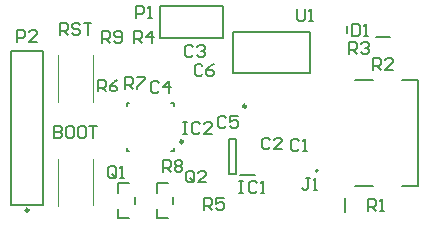
<source format=gbr>
%TF.GenerationSoftware,Altium Limited,Altium Designer,24.5.1 (21)*%
G04 Layer_Color=65535*
%FSLAX45Y45*%
%MOMM*%
%TF.SameCoordinates,A89F510B-B2DD-4167-9D38-4ED2E7CAC25F*%
%TF.FilePolarity,Positive*%
%TF.FileFunction,Legend,Top*%
%TF.Part,Single*%
G01*
G75*
%TA.AperFunction,NonConductor*%
%ADD38C,0.25000*%
%ADD39C,0.20000*%
%ADD40C,0.12700*%
%ADD41C,0.10000*%
%ADD42C,0.15000*%
%ADD43R,0.15000X0.80000*%
D38*
X13972501Y5495000D02*
G03*
X13972501Y5495000I-12500J0D01*
G01*
X15812500Y6375000D02*
G03*
X15812500Y6375000I-12500J0D01*
G01*
X15278107Y6075000D02*
G03*
X15278107Y6075000I-12500J0D01*
G01*
D39*
X16420000Y5830000D02*
G03*
X16420000Y5830000I-10000J0D01*
G01*
X13825500Y6840000D02*
X14094501D01*
X13825500Y5540000D02*
Y6840000D01*
Y5540000D02*
X14094501D01*
Y6840000D01*
X15081000Y6955500D02*
Y7224500D01*
Y6955500D02*
X15619000D01*
Y7224500D01*
X15081000D02*
X15619000D01*
X15702499Y6652500D02*
Y7007500D01*
Y6652500D02*
X16357500D01*
Y7007500D01*
X15702499D02*
X16357500D01*
X16910001Y6960000D02*
X17030000D01*
X16650000Y5480000D02*
Y5600000D01*
X15196001Y5547500D02*
Y5602500D01*
X15056000Y5725000D02*
X15149500D01*
X15056000Y5425000D02*
Y5507500D01*
Y5642500D02*
Y5725000D01*
Y5425000D02*
X15149500D01*
X14870000Y5547500D02*
Y5602500D01*
X14730000Y5725000D02*
X14823500D01*
X14730000Y5425000D02*
Y5507500D01*
Y5642500D02*
Y5725000D01*
Y5425000D02*
X14823500D01*
X15200000Y6000000D02*
Y6025000D01*
X15175000Y6000000D02*
X15200000D01*
Y6375000D02*
Y6400000D01*
X15175000D02*
X15200000D01*
X14800000Y6000000D02*
Y6025000D01*
Y6000000D02*
X14825000D01*
X14800000Y6375000D02*
Y6400000D01*
X14825000D01*
X15670000Y5803800D02*
Y6096200D01*
X15730000D01*
Y5803800D02*
Y6096200D01*
X15670000Y5803800D02*
X15730000D01*
X15764999Y5790000D02*
X15885001D01*
D40*
X16735001Y6597000D02*
X16885001D01*
X16735001Y5703000D02*
X16885001D01*
X17270000D02*
Y6597000D01*
X17135001D02*
X17270000D01*
X17135001Y5703000D02*
X17270000D01*
D41*
X14516499Y5535000D02*
Y5930000D01*
X14223500Y5530000D02*
Y5925000D01*
X14516499Y6415000D02*
Y6810000D01*
X14223500Y6410000D02*
Y6805000D01*
D42*
X14883356Y7120016D02*
Y7219984D01*
X14933339D01*
X14950000Y7203322D01*
Y7170000D01*
X14933339Y7153338D01*
X14883356D01*
X14983324Y7120016D02*
X15016644D01*
X14999985D01*
Y7219984D01*
X14983324Y7203322D01*
X14236710Y6980016D02*
Y7079984D01*
X14286694D01*
X14303355Y7063322D01*
Y7030000D01*
X14286694Y7013339D01*
X14236710D01*
X14270032D02*
X14303355Y6980016D01*
X14403322Y7063322D02*
X14386661Y7079984D01*
X14353339D01*
X14336678Y7063322D01*
Y7046661D01*
X14353339Y7030000D01*
X14386661D01*
X14403322Y7013339D01*
Y6996677D01*
X14386661Y6980016D01*
X14353339D01*
X14336678Y6996677D01*
X14436646Y7079984D02*
X14503290D01*
X14469968D01*
Y6980016D01*
X14186726Y6209984D02*
Y6110016D01*
X14236710D01*
X14253371Y6126677D01*
Y6143338D01*
X14236710Y6160000D01*
X14186726D01*
X14236710D01*
X14253371Y6176661D01*
Y6193322D01*
X14236710Y6209984D01*
X14186726D01*
X14336678D02*
X14303355D01*
X14286694Y6193322D01*
Y6126677D01*
X14303355Y6110016D01*
X14336678D01*
X14353339Y6126677D01*
Y6193322D01*
X14336678Y6209984D01*
X14436646D02*
X14403323D01*
X14386661Y6193322D01*
Y6126677D01*
X14403323Y6110016D01*
X14436646D01*
X14453307Y6126677D01*
Y6193322D01*
X14436646Y6209984D01*
X14486629D02*
X14553275D01*
X14519952D01*
Y6110016D01*
X14596693Y6910016D02*
Y7009984D01*
X14646678D01*
X14663339Y6993322D01*
Y6960000D01*
X14646678Y6943338D01*
X14596693D01*
X14630016D02*
X14663339Y6910016D01*
X14696661Y6926677D02*
X14713322Y6910016D01*
X14746645D01*
X14763307Y6926677D01*
Y6993322D01*
X14746645Y7009984D01*
X14713322D01*
X14696661Y6993322D01*
Y6976661D01*
X14713322Y6960000D01*
X14763307D01*
X15106694Y5820016D02*
Y5919984D01*
X15156677D01*
X15173338Y5903322D01*
Y5870000D01*
X15156677Y5853339D01*
X15106694D01*
X15140016D02*
X15173338Y5820016D01*
X15206660Y5903322D02*
X15223323Y5919984D01*
X15256645D01*
X15273306Y5903322D01*
Y5886661D01*
X15256645Y5870000D01*
X15273306Y5853339D01*
Y5836677D01*
X15256645Y5820016D01*
X15223323D01*
X15206660Y5836677D01*
Y5853339D01*
X15223323Y5870000D01*
X15206660Y5886661D01*
Y5903322D01*
X15223323Y5870000D02*
X15256645D01*
X14556694Y6500016D02*
Y6599984D01*
X14606677D01*
X14623338Y6583323D01*
Y6550000D01*
X14606677Y6533339D01*
X14556694D01*
X14590016D02*
X14623338Y6500016D01*
X14723306Y6599984D02*
X14689984Y6583323D01*
X14656660Y6550000D01*
Y6516678D01*
X14673323Y6500016D01*
X14706645D01*
X14723306Y6516678D01*
Y6533339D01*
X14706645Y6550000D01*
X14656660D01*
X15456693Y5500016D02*
Y5599984D01*
X15506677D01*
X15523338Y5583323D01*
Y5550000D01*
X15506677Y5533339D01*
X15456693D01*
X15490016D02*
X15523338Y5500016D01*
X15623306Y5599984D02*
X15556660D01*
Y5550000D01*
X15589984Y5566661D01*
X15606645D01*
X15623306Y5550000D01*
Y5516678D01*
X15606645Y5500016D01*
X15573323D01*
X15556660Y5516678D01*
X13876694Y6920016D02*
Y7019984D01*
X13926678D01*
X13943340Y7003323D01*
Y6970000D01*
X13926678Y6953339D01*
X13876694D01*
X14043306Y6920016D02*
X13976662D01*
X14043306Y6986661D01*
Y7003323D01*
X14026645Y7019984D01*
X13993323D01*
X13976662Y7003323D01*
X16243353Y7199984D02*
Y7116678D01*
X16260016Y7100016D01*
X16293338D01*
X16309999Y7116678D01*
Y7199984D01*
X16343323Y7100016D02*
X16376645D01*
X16359984D01*
Y7199984D01*
X16343323Y7183323D01*
X14786694Y6520016D02*
Y6619984D01*
X14836678D01*
X14853339Y6603323D01*
Y6570000D01*
X14836678Y6553339D01*
X14786694D01*
X14820016D02*
X14853339Y6520016D01*
X14886661Y6619984D02*
X14953307D01*
Y6603323D01*
X14886661Y6536678D01*
Y6520016D01*
X14866695Y6910016D02*
Y7009984D01*
X14916678D01*
X14933339Y6993322D01*
Y6960000D01*
X14916678Y6943338D01*
X14866695D01*
X14900015D02*
X14933339Y6910016D01*
X15016644D02*
Y7009984D01*
X14966661Y6960000D01*
X15033305D01*
X16686694Y6820016D02*
Y6919984D01*
X16736678D01*
X16753339Y6903322D01*
Y6870000D01*
X16736678Y6853339D01*
X16686694D01*
X16720016D02*
X16753339Y6820016D01*
X16786661Y6903322D02*
X16803323Y6919984D01*
X16836646D01*
X16853307Y6903322D01*
Y6886661D01*
X16836646Y6870000D01*
X16819984D01*
X16836646D01*
X16853307Y6853339D01*
Y6836677D01*
X16836646Y6820016D01*
X16803323D01*
X16786661Y6836677D01*
X16886694Y6680016D02*
Y6779984D01*
X16936678D01*
X16953339Y6763323D01*
Y6730000D01*
X16936678Y6713339D01*
X16886694D01*
X16920016D02*
X16953339Y6680016D01*
X17053307D02*
X16986661D01*
X17053307Y6746661D01*
Y6763323D01*
X17036646Y6779984D01*
X17003323D01*
X16986661Y6763323D01*
X16843355Y5490016D02*
Y5589984D01*
X16893340D01*
X16910001Y5573323D01*
Y5540000D01*
X16893340Y5523339D01*
X16843355D01*
X16876677D02*
X16910001Y5490016D01*
X16943323D02*
X16976645D01*
X16959984D01*
Y5589984D01*
X16943323Y5573323D01*
X15373338Y5746678D02*
Y5813323D01*
X15356677Y5829984D01*
X15323355D01*
X15306694Y5813323D01*
Y5746678D01*
X15323355Y5730016D01*
X15356677D01*
X15340016Y5763339D02*
X15373338Y5730016D01*
X15356677D02*
X15373338Y5746678D01*
X15473306Y5730016D02*
X15406660D01*
X15473306Y5796661D01*
Y5813323D01*
X15456645Y5829984D01*
X15423323D01*
X15406660Y5813323D01*
X14710001Y5786677D02*
Y5853322D01*
X14693340Y5869984D01*
X14660016D01*
X14643355Y5853322D01*
Y5786677D01*
X14660016Y5770016D01*
X14693340D01*
X14676678Y5803338D02*
X14710001Y5770016D01*
X14693340D02*
X14710001Y5786677D01*
X14743323Y5770016D02*
X14776645D01*
X14759984D01*
Y5869984D01*
X14743323Y5853322D01*
X16350000Y5769984D02*
X16316678D01*
X16333339D01*
Y5686677D01*
X16316678Y5670016D01*
X16300015D01*
X16283356Y5686677D01*
X16383324Y5670016D02*
X16416644D01*
X16399985D01*
Y5769984D01*
X16383324Y5753322D01*
X15275040Y6239984D02*
X15308363D01*
X15291702D01*
Y6140016D01*
X15275040D01*
X15308363D01*
X15424992Y6223323D02*
X15408331Y6239984D01*
X15375008D01*
X15358347Y6223323D01*
Y6156678D01*
X15375008Y6140016D01*
X15408331D01*
X15424992Y6156678D01*
X15524960Y6140016D02*
X15458315D01*
X15524960Y6206661D01*
Y6223323D01*
X15508298Y6239984D01*
X15474976D01*
X15458315Y6223323D01*
X15751701Y5739984D02*
X15785023D01*
X15768362D01*
Y5640016D01*
X15751701D01*
X15785023D01*
X15901653Y5723322D02*
X15884991Y5739984D01*
X15851669D01*
X15835008Y5723322D01*
Y5656677D01*
X15851669Y5640016D01*
X15884991D01*
X15901653Y5656677D01*
X15934976Y5640016D02*
X15968298D01*
X15951637D01*
Y5739984D01*
X15934976Y5723322D01*
X16713354Y7069984D02*
Y6970016D01*
X16763339D01*
X16780000Y6986677D01*
Y7053322D01*
X16763339Y7069984D01*
X16713354D01*
X16813322Y6970016D02*
X16846645D01*
X16829984D01*
Y7069984D01*
X16813322Y7053322D01*
X15443340Y6718322D02*
X15426678Y6734984D01*
X15393355D01*
X15376694Y6718322D01*
Y6651677D01*
X15393355Y6635016D01*
X15426678D01*
X15443340Y6651677D01*
X15543306Y6734984D02*
X15509984Y6718322D01*
X15476662Y6685000D01*
Y6651677D01*
X15493323Y6635016D01*
X15526645D01*
X15543306Y6651677D01*
Y6668338D01*
X15526645Y6685000D01*
X15476662D01*
X15643340Y6273322D02*
X15626677Y6289984D01*
X15593355D01*
X15576694Y6273322D01*
Y6206677D01*
X15593355Y6190016D01*
X15626677D01*
X15643340Y6206677D01*
X15743306Y6289984D02*
X15676662D01*
Y6240000D01*
X15709984Y6256661D01*
X15726645D01*
X15743306Y6240000D01*
Y6206677D01*
X15726645Y6190016D01*
X15693323D01*
X15676662Y6206677D01*
X15073338Y6573322D02*
X15056677Y6589984D01*
X15023355D01*
X15006694Y6573322D01*
Y6506677D01*
X15023355Y6490016D01*
X15056677D01*
X15073338Y6506677D01*
X15156645Y6490016D02*
Y6589984D01*
X15106660Y6540000D01*
X15173306D01*
X15363339Y6873322D02*
X15346678Y6889984D01*
X15313354D01*
X15296693Y6873322D01*
Y6806677D01*
X15313354Y6790016D01*
X15346678D01*
X15363339Y6806677D01*
X15396661Y6873322D02*
X15413322Y6889984D01*
X15446646D01*
X15463307Y6873322D01*
Y6856661D01*
X15446646Y6840000D01*
X15429984D01*
X15446646D01*
X15463307Y6823338D01*
Y6806677D01*
X15446646Y6790016D01*
X15413322D01*
X15396661Y6806677D01*
X16013339Y6093322D02*
X15996677Y6109984D01*
X15963354D01*
X15946693Y6093322D01*
Y6026677D01*
X15963354Y6010016D01*
X15996677D01*
X16013339Y6026677D01*
X16113306Y6010016D02*
X16046661D01*
X16113306Y6076661D01*
Y6093322D01*
X16096645Y6109984D01*
X16063322D01*
X16046661Y6093322D01*
X16260001Y6083322D02*
X16243340Y6099984D01*
X16210016D01*
X16193355Y6083322D01*
Y6016677D01*
X16210016Y6000016D01*
X16243340D01*
X16260001Y6016677D01*
X16293323Y6000016D02*
X16326645D01*
X16309984D01*
Y6099984D01*
X16293323Y6083322D01*
D43*
X16667497Y7020000D02*
D03*
%TF.MD5,3d9385124e9ce3463ffe4cae3351d829*%
M02*

</source>
